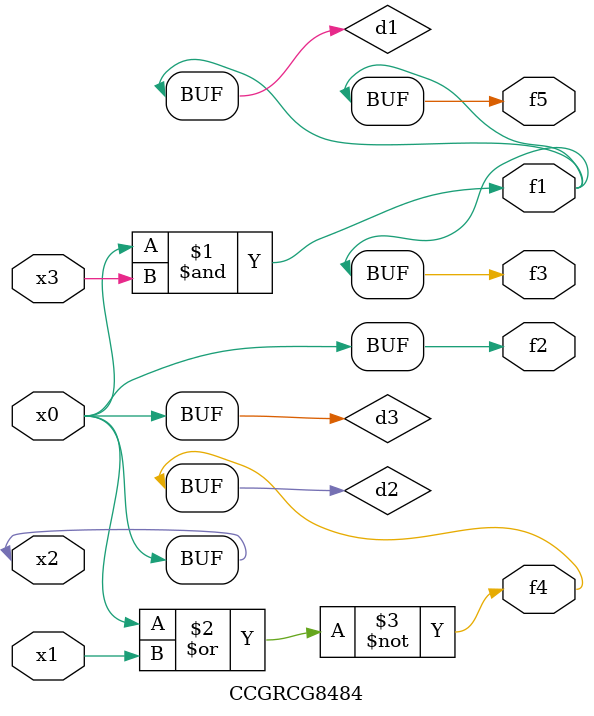
<source format=v>
module CCGRCG8484(
	input x0, x1, x2, x3,
	output f1, f2, f3, f4, f5
);

	wire d1, d2, d3;

	and (d1, x2, x3);
	nor (d2, x0, x1);
	buf (d3, x0, x2);
	assign f1 = d1;
	assign f2 = d3;
	assign f3 = d1;
	assign f4 = d2;
	assign f5 = d1;
endmodule

</source>
